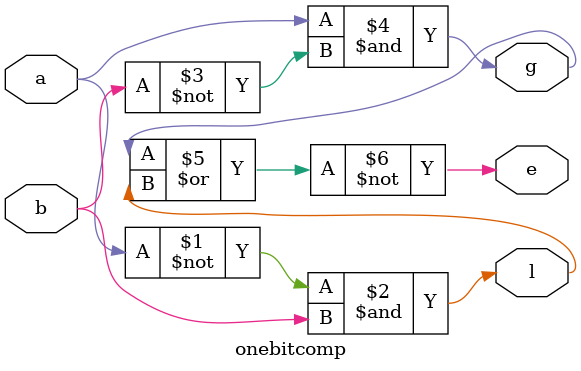
<source format=v>
module onebitcomp(a,b,g,e,l);
input a,b;
output g,e,l;

and g1(l,(~a),b);
and l1(g,a,(~b));
nor e1(e,g,l);

endmodule


</source>
